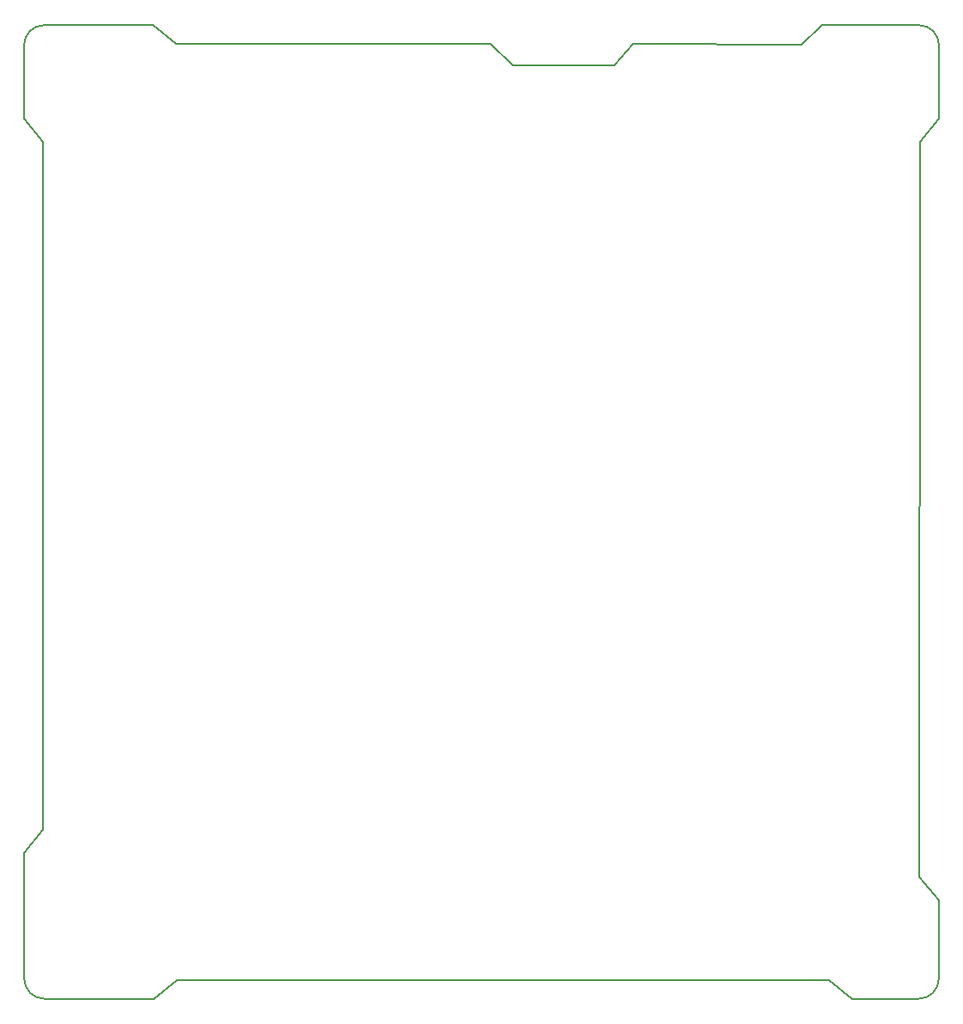
<source format=gm1>
%TF.GenerationSoftware,KiCad,Pcbnew,9.0.2-9.0.2-0~ubuntu24.04.1*%
%TF.CreationDate,2025-06-13T17:41:29-07:00*%
%TF.ProjectId,motor_board,6d6f746f-725f-4626-9f61-72642e6b6963,1.1*%
%TF.SameCoordinates,Original*%
%TF.FileFunction,Profile,NP*%
%FSLAX46Y46*%
G04 Gerber Fmt 4.6, Leading zero omitted, Abs format (unit mm)*
G04 Created by KiCad (PCBNEW 9.0.2-9.0.2-0~ubuntu24.04.1) date 2025-06-13 17:41:29*
%MOMM*%
%LPD*%
G01*
G04 APERTURE LIST*
%TA.AperFunction,Profile*%
%ADD10C,0.150000*%
%TD*%
G04 APERTURE END LIST*
D10*
X98336100Y-54489100D02*
G75*
G02*
X100336100Y-52489100I2000000J0D01*
G01*
X100336100Y-148374100D02*
G75*
G02*
X98336100Y-146374100I0J2000000D01*
G01*
X188506100Y-146374100D02*
G75*
G02*
X186506100Y-148374100I-2000000J0D01*
G01*
X111001600Y-52490200D02*
X100336100Y-52489100D01*
X186506100Y-52489100D02*
G75*
G02*
X188506100Y-54489100I0J-2000000D01*
G01*
X98300200Y-134048400D02*
X98336100Y-146374100D01*
X113436400Y-146507200D02*
X111099600Y-148386800D01*
X188506100Y-54489100D02*
X188518800Y-61671200D01*
X188518800Y-138684000D02*
X188506100Y-146374100D01*
X186506100Y-148374100D02*
X179984400Y-148374100D01*
X111099600Y-148386800D02*
X100336100Y-148374100D01*
X146500000Y-56500000D02*
X156500000Y-56500000D01*
X100179800Y-131711600D02*
X100230000Y-64008000D01*
X175000000Y-54389800D02*
X177000000Y-52489100D01*
X144349966Y-54379859D02*
X146500000Y-56500000D01*
X177628300Y-146507200D02*
X113436400Y-146507200D01*
X98336100Y-54489100D02*
X98330200Y-61671200D01*
X100230000Y-64008000D02*
X98330200Y-61671200D01*
X156500000Y-56500000D02*
X158400013Y-54384416D01*
X186588400Y-136347200D02*
X188518800Y-138684000D01*
X186639200Y-64008000D02*
X188518800Y-61671200D01*
X113338400Y-54369800D02*
X144349966Y-54379859D01*
X100179800Y-131711600D02*
X98300200Y-134048400D01*
X113338400Y-54369800D02*
X111001600Y-52490200D01*
X186639200Y-64008000D02*
X186588400Y-136347200D01*
X177628300Y-146507200D02*
X179984400Y-148374100D01*
X186506100Y-52489100D02*
X177000000Y-52489100D01*
X158400013Y-54384416D02*
X175000000Y-54389800D01*
M02*

</source>
